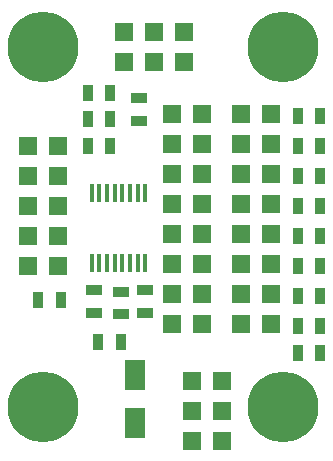
<source format=gbr>
G04 #@! TF.FileFunction,Soldermask,Bot*
%FSLAX46Y46*%
G04 Gerber Fmt 4.6, Leading zero omitted, Abs format (unit mm)*
G04 Created by KiCad (PCBNEW 0.201505041002+5641~23~ubuntu14.04.1-product) date St 6. květen 2015, 01:30:27 CEST*
%MOMM*%
G01*
G04 APERTURE LIST*
%ADD10C,0.300000*%
%ADD11R,1.524000X1.524000*%
%ADD12R,0.889000X1.397000*%
%ADD13C,6.000000*%
%ADD14R,0.450000X1.500000*%
%ADD15R,1.397000X0.889000*%
%ADD16R,1.800860X2.499360*%
G04 APERTURE END LIST*
D10*
D11*
X20193000Y2159000D03*
X17653000Y2159000D03*
X20193000Y4699000D03*
X17653000Y4699000D03*
X20193000Y7239000D03*
X17653000Y7239000D03*
X21844000Y27305000D03*
X24384000Y27305000D03*
D12*
X11620500Y10541000D03*
X9715500Y10541000D03*
D13*
X25400000Y35560000D03*
D14*
X9155000Y23143000D03*
X9805000Y23143000D03*
X10455000Y23143000D03*
X11105000Y23143000D03*
X11755000Y23143000D03*
X12405000Y23143000D03*
X13055000Y23143000D03*
X13705000Y23143000D03*
X13705000Y17243000D03*
X13055000Y17243000D03*
X12405000Y17243000D03*
X11755000Y17243000D03*
X11105000Y17243000D03*
X10455000Y17243000D03*
X9805000Y17243000D03*
X9155000Y17243000D03*
D12*
X28511500Y11938000D03*
X26606500Y11938000D03*
X28511500Y14478000D03*
X26606500Y14478000D03*
X28511500Y17018000D03*
X26606500Y17018000D03*
X28511500Y19558000D03*
X26606500Y19558000D03*
X28511500Y22098000D03*
X26606500Y22098000D03*
X28511500Y24638000D03*
X26606500Y24638000D03*
X28511500Y27178000D03*
X26606500Y27178000D03*
X28511500Y29718000D03*
X26606500Y29718000D03*
D15*
X9398000Y13017500D03*
X9398000Y14922500D03*
X13716000Y13017500D03*
X13716000Y14922500D03*
X11684000Y12890500D03*
X11684000Y14795500D03*
X13208000Y29273500D03*
X13208000Y31178500D03*
D12*
X8826500Y27178000D03*
X10731500Y27178000D03*
X8826500Y29464000D03*
X10731500Y29464000D03*
X8826500Y31623000D03*
X10731500Y31623000D03*
D13*
X5080000Y35560000D03*
X25400000Y5080000D03*
X5080000Y5080000D03*
D11*
X16002000Y12065000D03*
X18542000Y12065000D03*
X16002000Y14605000D03*
X18542000Y14605000D03*
X16002000Y17145000D03*
X18542000Y17145000D03*
X16002000Y19685000D03*
X18542000Y19685000D03*
X16002000Y22225000D03*
X18542000Y22225000D03*
X16002000Y24765000D03*
X18542000Y24765000D03*
X16002000Y27305000D03*
X18542000Y27305000D03*
X16002000Y29845000D03*
X18542000Y29845000D03*
X21844000Y12065000D03*
X24384000Y12065000D03*
X21844000Y14605000D03*
X24384000Y14605000D03*
X21844000Y17145000D03*
X24384000Y17145000D03*
X21844000Y19685000D03*
X24384000Y19685000D03*
X21844000Y22225000D03*
X24384000Y22225000D03*
X21844000Y24765000D03*
X24384000Y24765000D03*
X21844000Y29845000D03*
X24384000Y29845000D03*
X17018000Y34290000D03*
X17018000Y36830000D03*
X6350000Y17018000D03*
X3810000Y17018000D03*
X6350000Y19558000D03*
X3810000Y19558000D03*
X6350000Y22098000D03*
X3810000Y22098000D03*
X6350000Y24638000D03*
X3810000Y24638000D03*
X6350000Y27178000D03*
X3810000Y27178000D03*
X14478000Y36830000D03*
X14478000Y34290000D03*
X11938000Y36830000D03*
X11938000Y34290000D03*
D16*
X12827000Y3716020D03*
X12827000Y7713980D03*
D12*
X28511500Y9652000D03*
X26606500Y9652000D03*
X6540500Y14097000D03*
X4635500Y14097000D03*
M02*

</source>
